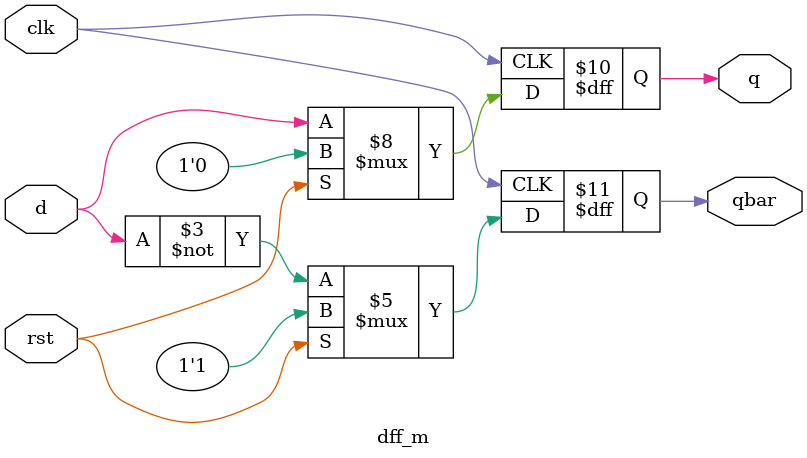
<source format=v>
module dff_m(d, rst, clk, q, qbar);
    // Input declarations
    input d, rst, clk;       // Inputs for Data (d), Reset (rst), and Clock (clk)

    // Output declarations
    output reg q, qbar;      // Outputs for the flip-flop (q) and its complement (qbar)

    // Always block triggered on the rising edge of the clock
    always @(posedge clk) begin
        if (rst == 1) begin
            // If the reset signal is high, reset the flip-flop
            q = 1'b0;        // Set q to 0
            qbar = 1'b1;     // Set qbar to 1
        end else begin
            // If reset is not active, latch the D input to the outputs
            q = d;           // Set q to the value of d (data input)
            qbar = ~d;       // Set qbar to the complement of d
        end
    end
endmodule

</source>
